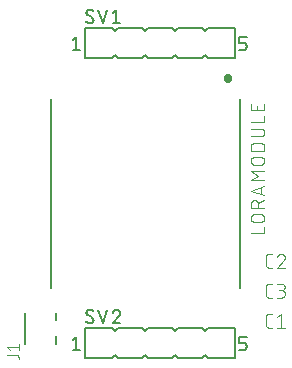
<source format=gbr>
G04 EAGLE Gerber RS-274X export*
G75*
%MOMM*%
%FSLAX34Y34*%
%LPD*%
%INSilkscreen Top*%
%IPPOS*%
%AMOC8*
5,1,8,0,0,1.08239X$1,22.5*%
G01*
%ADD10C,0.101600*%
%ADD11C,0.127000*%
%ADD12C,0.076200*%
%ADD13C,0.200000*%
%ADD14R,0.392200X0.511500*%
%ADD15C,0.152400*%


D10*
X234301Y432308D02*
X231704Y432308D01*
X231605Y432310D01*
X231505Y432316D01*
X231406Y432325D01*
X231308Y432338D01*
X231210Y432355D01*
X231112Y432376D01*
X231016Y432401D01*
X230921Y432429D01*
X230827Y432461D01*
X230734Y432496D01*
X230642Y432535D01*
X230552Y432578D01*
X230464Y432623D01*
X230377Y432673D01*
X230293Y432725D01*
X230210Y432781D01*
X230130Y432839D01*
X230052Y432901D01*
X229977Y432966D01*
X229904Y433034D01*
X229834Y433104D01*
X229766Y433177D01*
X229701Y433252D01*
X229639Y433330D01*
X229581Y433410D01*
X229525Y433493D01*
X229473Y433577D01*
X229423Y433664D01*
X229378Y433752D01*
X229335Y433842D01*
X229296Y433934D01*
X229261Y434027D01*
X229229Y434121D01*
X229201Y434216D01*
X229176Y434312D01*
X229155Y434410D01*
X229138Y434508D01*
X229125Y434606D01*
X229116Y434705D01*
X229110Y434805D01*
X229108Y434904D01*
X229108Y441396D01*
X229110Y441495D01*
X229116Y441595D01*
X229125Y441694D01*
X229138Y441792D01*
X229155Y441890D01*
X229176Y441988D01*
X229201Y442084D01*
X229229Y442179D01*
X229261Y442273D01*
X229296Y442366D01*
X229335Y442458D01*
X229378Y442548D01*
X229423Y442636D01*
X229473Y442723D01*
X229525Y442807D01*
X229581Y442890D01*
X229639Y442970D01*
X229701Y443048D01*
X229766Y443123D01*
X229834Y443196D01*
X229904Y443266D01*
X229977Y443334D01*
X230052Y443399D01*
X230130Y443461D01*
X230210Y443519D01*
X230293Y443575D01*
X230377Y443627D01*
X230464Y443677D01*
X230552Y443722D01*
X230642Y443765D01*
X230734Y443804D01*
X230826Y443839D01*
X230921Y443871D01*
X231016Y443899D01*
X231112Y443924D01*
X231210Y443945D01*
X231308Y443962D01*
X231406Y443975D01*
X231505Y443984D01*
X231605Y443990D01*
X231704Y443992D01*
X234301Y443992D01*
X238666Y441396D02*
X241912Y443992D01*
X241912Y432308D01*
X245157Y432308D02*
X238666Y432308D01*
X234301Y483108D02*
X231704Y483108D01*
X231605Y483110D01*
X231505Y483116D01*
X231406Y483125D01*
X231308Y483138D01*
X231210Y483155D01*
X231112Y483176D01*
X231016Y483201D01*
X230921Y483229D01*
X230827Y483261D01*
X230734Y483296D01*
X230642Y483335D01*
X230552Y483378D01*
X230464Y483423D01*
X230377Y483473D01*
X230293Y483525D01*
X230210Y483581D01*
X230130Y483639D01*
X230052Y483701D01*
X229977Y483766D01*
X229904Y483834D01*
X229834Y483904D01*
X229766Y483977D01*
X229701Y484052D01*
X229639Y484130D01*
X229581Y484210D01*
X229525Y484293D01*
X229473Y484377D01*
X229423Y484464D01*
X229378Y484552D01*
X229335Y484642D01*
X229296Y484734D01*
X229261Y484827D01*
X229229Y484921D01*
X229201Y485016D01*
X229176Y485112D01*
X229155Y485210D01*
X229138Y485308D01*
X229125Y485406D01*
X229116Y485505D01*
X229110Y485605D01*
X229108Y485704D01*
X229108Y492196D01*
X229110Y492295D01*
X229116Y492395D01*
X229125Y492494D01*
X229138Y492592D01*
X229155Y492690D01*
X229176Y492788D01*
X229201Y492884D01*
X229229Y492979D01*
X229261Y493073D01*
X229296Y493166D01*
X229335Y493258D01*
X229378Y493348D01*
X229423Y493436D01*
X229473Y493523D01*
X229525Y493607D01*
X229581Y493690D01*
X229639Y493770D01*
X229701Y493848D01*
X229766Y493923D01*
X229834Y493996D01*
X229904Y494066D01*
X229977Y494134D01*
X230052Y494199D01*
X230130Y494261D01*
X230210Y494319D01*
X230293Y494375D01*
X230377Y494427D01*
X230464Y494477D01*
X230552Y494522D01*
X230642Y494565D01*
X230734Y494604D01*
X230826Y494639D01*
X230921Y494671D01*
X231016Y494699D01*
X231112Y494724D01*
X231210Y494745D01*
X231308Y494762D01*
X231406Y494775D01*
X231505Y494784D01*
X231605Y494790D01*
X231704Y494792D01*
X234301Y494792D01*
X242236Y494792D02*
X242343Y494790D01*
X242449Y494784D01*
X242555Y494774D01*
X242661Y494761D01*
X242767Y494743D01*
X242871Y494722D01*
X242975Y494697D01*
X243078Y494668D01*
X243179Y494636D01*
X243279Y494599D01*
X243378Y494559D01*
X243476Y494516D01*
X243572Y494469D01*
X243666Y494418D01*
X243758Y494364D01*
X243848Y494307D01*
X243936Y494247D01*
X244021Y494183D01*
X244104Y494116D01*
X244185Y494046D01*
X244263Y493974D01*
X244339Y493898D01*
X244411Y493820D01*
X244481Y493739D01*
X244548Y493656D01*
X244612Y493571D01*
X244672Y493483D01*
X244729Y493393D01*
X244783Y493301D01*
X244834Y493207D01*
X244881Y493111D01*
X244924Y493013D01*
X244964Y492914D01*
X245001Y492814D01*
X245033Y492713D01*
X245062Y492610D01*
X245087Y492506D01*
X245108Y492402D01*
X245126Y492296D01*
X245139Y492190D01*
X245149Y492084D01*
X245155Y491978D01*
X245157Y491871D01*
X242236Y494792D02*
X242115Y494790D01*
X241994Y494784D01*
X241874Y494774D01*
X241753Y494761D01*
X241634Y494743D01*
X241514Y494722D01*
X241396Y494697D01*
X241279Y494668D01*
X241162Y494635D01*
X241047Y494599D01*
X240933Y494558D01*
X240820Y494515D01*
X240708Y494467D01*
X240599Y494416D01*
X240491Y494361D01*
X240384Y494303D01*
X240280Y494242D01*
X240178Y494177D01*
X240078Y494109D01*
X239980Y494038D01*
X239884Y493964D01*
X239791Y493887D01*
X239701Y493806D01*
X239613Y493723D01*
X239528Y493637D01*
X239445Y493548D01*
X239366Y493457D01*
X239289Y493363D01*
X239216Y493267D01*
X239146Y493169D01*
X239079Y493068D01*
X239015Y492965D01*
X238955Y492860D01*
X238898Y492753D01*
X238844Y492645D01*
X238794Y492535D01*
X238748Y492423D01*
X238705Y492310D01*
X238666Y492195D01*
X244184Y489599D02*
X244263Y489676D01*
X244339Y489757D01*
X244412Y489840D01*
X244482Y489925D01*
X244549Y490013D01*
X244613Y490103D01*
X244673Y490195D01*
X244730Y490290D01*
X244784Y490386D01*
X244835Y490484D01*
X244882Y490584D01*
X244926Y490686D01*
X244966Y490789D01*
X245002Y490893D01*
X245034Y490999D01*
X245063Y491105D01*
X245088Y491213D01*
X245110Y491321D01*
X245127Y491431D01*
X245141Y491540D01*
X245150Y491650D01*
X245156Y491761D01*
X245158Y491871D01*
X244184Y489599D02*
X238666Y483108D01*
X245157Y483108D01*
X234301Y457708D02*
X231704Y457708D01*
X231605Y457710D01*
X231505Y457716D01*
X231406Y457725D01*
X231308Y457738D01*
X231210Y457755D01*
X231112Y457776D01*
X231016Y457801D01*
X230921Y457829D01*
X230827Y457861D01*
X230734Y457896D01*
X230642Y457935D01*
X230552Y457978D01*
X230464Y458023D01*
X230377Y458073D01*
X230293Y458125D01*
X230210Y458181D01*
X230130Y458239D01*
X230052Y458301D01*
X229977Y458366D01*
X229904Y458434D01*
X229834Y458504D01*
X229766Y458577D01*
X229701Y458652D01*
X229639Y458730D01*
X229581Y458810D01*
X229525Y458893D01*
X229473Y458977D01*
X229423Y459064D01*
X229378Y459152D01*
X229335Y459242D01*
X229296Y459334D01*
X229261Y459427D01*
X229229Y459521D01*
X229201Y459616D01*
X229176Y459712D01*
X229155Y459810D01*
X229138Y459908D01*
X229125Y460006D01*
X229116Y460105D01*
X229110Y460205D01*
X229108Y460304D01*
X229108Y466796D01*
X229110Y466895D01*
X229116Y466995D01*
X229125Y467094D01*
X229138Y467192D01*
X229155Y467290D01*
X229176Y467388D01*
X229201Y467484D01*
X229229Y467579D01*
X229261Y467673D01*
X229296Y467766D01*
X229335Y467858D01*
X229378Y467948D01*
X229423Y468036D01*
X229473Y468123D01*
X229525Y468207D01*
X229581Y468290D01*
X229639Y468370D01*
X229701Y468448D01*
X229766Y468523D01*
X229834Y468596D01*
X229904Y468666D01*
X229977Y468734D01*
X230052Y468799D01*
X230130Y468861D01*
X230210Y468919D01*
X230293Y468975D01*
X230377Y469027D01*
X230464Y469077D01*
X230552Y469122D01*
X230642Y469165D01*
X230734Y469204D01*
X230826Y469239D01*
X230921Y469271D01*
X231016Y469299D01*
X231112Y469324D01*
X231210Y469345D01*
X231308Y469362D01*
X231406Y469375D01*
X231505Y469384D01*
X231605Y469390D01*
X231704Y469392D01*
X234301Y469392D01*
X238666Y457708D02*
X241912Y457708D01*
X242025Y457710D01*
X242138Y457716D01*
X242251Y457726D01*
X242364Y457740D01*
X242476Y457757D01*
X242587Y457779D01*
X242697Y457804D01*
X242807Y457834D01*
X242915Y457867D01*
X243022Y457904D01*
X243128Y457944D01*
X243232Y457989D01*
X243335Y458037D01*
X243436Y458088D01*
X243535Y458143D01*
X243632Y458201D01*
X243727Y458263D01*
X243820Y458328D01*
X243910Y458396D01*
X243998Y458467D01*
X244084Y458542D01*
X244167Y458619D01*
X244247Y458699D01*
X244324Y458782D01*
X244399Y458868D01*
X244470Y458956D01*
X244538Y459046D01*
X244603Y459139D01*
X244665Y459234D01*
X244723Y459331D01*
X244778Y459430D01*
X244829Y459531D01*
X244877Y459634D01*
X244922Y459738D01*
X244962Y459844D01*
X244999Y459951D01*
X245032Y460059D01*
X245062Y460169D01*
X245087Y460279D01*
X245109Y460390D01*
X245126Y460502D01*
X245140Y460615D01*
X245150Y460728D01*
X245156Y460841D01*
X245158Y460954D01*
X245156Y461067D01*
X245150Y461180D01*
X245140Y461293D01*
X245126Y461406D01*
X245109Y461518D01*
X245087Y461629D01*
X245062Y461739D01*
X245032Y461849D01*
X244999Y461957D01*
X244962Y462064D01*
X244922Y462170D01*
X244877Y462274D01*
X244829Y462377D01*
X244778Y462478D01*
X244723Y462577D01*
X244665Y462674D01*
X244603Y462769D01*
X244538Y462862D01*
X244470Y462952D01*
X244399Y463040D01*
X244324Y463126D01*
X244247Y463209D01*
X244167Y463289D01*
X244084Y463366D01*
X243998Y463441D01*
X243910Y463512D01*
X243820Y463580D01*
X243727Y463645D01*
X243632Y463707D01*
X243535Y463765D01*
X243436Y463820D01*
X243335Y463871D01*
X243232Y463919D01*
X243128Y463964D01*
X243022Y464004D01*
X242915Y464041D01*
X242807Y464074D01*
X242697Y464104D01*
X242587Y464129D01*
X242476Y464151D01*
X242364Y464168D01*
X242251Y464182D01*
X242138Y464192D01*
X242025Y464198D01*
X241912Y464200D01*
X242561Y469392D02*
X238666Y469392D01*
X242561Y469392D02*
X242662Y469390D01*
X242762Y469384D01*
X242862Y469374D01*
X242962Y469361D01*
X243061Y469343D01*
X243160Y469322D01*
X243257Y469297D01*
X243354Y469268D01*
X243449Y469235D01*
X243543Y469199D01*
X243635Y469159D01*
X243726Y469116D01*
X243815Y469069D01*
X243902Y469019D01*
X243988Y468965D01*
X244071Y468908D01*
X244151Y468848D01*
X244230Y468785D01*
X244306Y468718D01*
X244379Y468649D01*
X244449Y468577D01*
X244517Y468503D01*
X244582Y468426D01*
X244643Y468346D01*
X244702Y468264D01*
X244757Y468180D01*
X244809Y468094D01*
X244858Y468006D01*
X244903Y467916D01*
X244945Y467824D01*
X244983Y467731D01*
X245017Y467636D01*
X245048Y467541D01*
X245075Y467444D01*
X245098Y467346D01*
X245118Y467247D01*
X245133Y467147D01*
X245145Y467047D01*
X245153Y466947D01*
X245157Y466846D01*
X245157Y466746D01*
X245153Y466645D01*
X245145Y466545D01*
X245133Y466445D01*
X245118Y466345D01*
X245098Y466246D01*
X245075Y466148D01*
X245048Y466051D01*
X245017Y465956D01*
X244983Y465861D01*
X244945Y465768D01*
X244903Y465676D01*
X244858Y465586D01*
X244809Y465498D01*
X244757Y465412D01*
X244702Y465328D01*
X244643Y465246D01*
X244582Y465166D01*
X244517Y465089D01*
X244449Y465015D01*
X244379Y464943D01*
X244306Y464874D01*
X244230Y464807D01*
X244151Y464744D01*
X244071Y464684D01*
X243988Y464627D01*
X243902Y464573D01*
X243815Y464523D01*
X243726Y464476D01*
X243635Y464433D01*
X243543Y464393D01*
X243449Y464357D01*
X243354Y464324D01*
X243257Y464295D01*
X243160Y464270D01*
X243061Y464249D01*
X242962Y464231D01*
X242862Y464218D01*
X242762Y464208D01*
X242662Y464202D01*
X242561Y464200D01*
X242561Y464199D02*
X239964Y464199D01*
D11*
X25100Y444800D02*
X25100Y418800D01*
X51100Y418800D02*
X51100Y425100D01*
X51100Y438500D02*
X51100Y444800D01*
D12*
X17598Y409277D02*
X10276Y409277D01*
X17598Y409277D02*
X17687Y409275D01*
X17775Y409269D01*
X17864Y409260D01*
X17952Y409247D01*
X18039Y409230D01*
X18125Y409209D01*
X18211Y409185D01*
X18295Y409157D01*
X18378Y409126D01*
X18460Y409091D01*
X18540Y409053D01*
X18618Y409011D01*
X18695Y408966D01*
X18769Y408918D01*
X18842Y408867D01*
X18912Y408813D01*
X18980Y408755D01*
X19046Y408695D01*
X19108Y408633D01*
X19168Y408567D01*
X19226Y408499D01*
X19280Y408429D01*
X19331Y408356D01*
X19379Y408282D01*
X19424Y408205D01*
X19466Y408127D01*
X19504Y408047D01*
X19539Y407965D01*
X19570Y407882D01*
X19598Y407798D01*
X19622Y407712D01*
X19643Y407626D01*
X19660Y407539D01*
X19673Y407451D01*
X19682Y407362D01*
X19688Y407274D01*
X19690Y407185D01*
X19690Y406139D01*
X12368Y413475D02*
X10276Y416090D01*
X19690Y416090D01*
X19690Y413475D02*
X19690Y418705D01*
D13*
X207000Y466100D02*
X207000Y626100D01*
X47000Y626100D02*
X47000Y466100D01*
X194085Y643600D02*
X194087Y643708D01*
X194093Y643815D01*
X194103Y643923D01*
X194117Y644029D01*
X194135Y644136D01*
X194156Y644241D01*
X194182Y644346D01*
X194211Y644449D01*
X194245Y644552D01*
X194282Y644653D01*
X194323Y644753D01*
X194367Y644851D01*
X194415Y644947D01*
X194467Y645042D01*
X194522Y645135D01*
X194580Y645225D01*
X194642Y645313D01*
X194707Y645399D01*
X194775Y645483D01*
X194846Y645564D01*
X194920Y645642D01*
X194997Y645718D01*
X195076Y645790D01*
X195159Y645860D01*
X195243Y645926D01*
X195330Y645990D01*
X195420Y646050D01*
X195512Y646106D01*
X195605Y646160D01*
X195701Y646209D01*
X195798Y646256D01*
X195897Y646298D01*
X195997Y646337D01*
X196099Y646372D01*
X196202Y646404D01*
X196306Y646431D01*
X196412Y646455D01*
X196517Y646475D01*
X196624Y646491D01*
X196731Y646503D01*
X196838Y646511D01*
X196946Y646515D01*
X197054Y646515D01*
X197162Y646511D01*
X197269Y646503D01*
X197376Y646491D01*
X197483Y646475D01*
X197588Y646455D01*
X197694Y646431D01*
X197798Y646404D01*
X197901Y646372D01*
X198003Y646337D01*
X198103Y646298D01*
X198202Y646256D01*
X198299Y646209D01*
X198395Y646160D01*
X198488Y646106D01*
X198580Y646050D01*
X198670Y645990D01*
X198757Y645926D01*
X198841Y645860D01*
X198924Y645790D01*
X199003Y645718D01*
X199080Y645642D01*
X199154Y645564D01*
X199225Y645483D01*
X199293Y645399D01*
X199358Y645313D01*
X199420Y645225D01*
X199478Y645135D01*
X199533Y645042D01*
X199585Y644947D01*
X199633Y644851D01*
X199677Y644753D01*
X199718Y644653D01*
X199755Y644552D01*
X199789Y644449D01*
X199818Y644346D01*
X199844Y644241D01*
X199865Y644136D01*
X199883Y644029D01*
X199897Y643923D01*
X199907Y643815D01*
X199913Y643708D01*
X199915Y643600D01*
X199913Y643492D01*
X199907Y643385D01*
X199897Y643277D01*
X199883Y643171D01*
X199865Y643064D01*
X199844Y642959D01*
X199818Y642854D01*
X199789Y642751D01*
X199755Y642648D01*
X199718Y642547D01*
X199677Y642447D01*
X199633Y642349D01*
X199585Y642253D01*
X199533Y642158D01*
X199478Y642065D01*
X199420Y641975D01*
X199358Y641887D01*
X199293Y641801D01*
X199225Y641717D01*
X199154Y641636D01*
X199080Y641558D01*
X199003Y641482D01*
X198924Y641410D01*
X198841Y641340D01*
X198757Y641274D01*
X198670Y641210D01*
X198580Y641150D01*
X198488Y641094D01*
X198395Y641040D01*
X198299Y640991D01*
X198202Y640944D01*
X198103Y640902D01*
X198003Y640863D01*
X197901Y640828D01*
X197798Y640796D01*
X197694Y640769D01*
X197588Y640745D01*
X197483Y640725D01*
X197376Y640709D01*
X197269Y640697D01*
X197162Y640689D01*
X197054Y640685D01*
X196946Y640685D01*
X196838Y640689D01*
X196731Y640697D01*
X196624Y640709D01*
X196517Y640725D01*
X196412Y640745D01*
X196306Y640769D01*
X196202Y640796D01*
X196099Y640828D01*
X195997Y640863D01*
X195897Y640902D01*
X195798Y640944D01*
X195701Y640991D01*
X195605Y641040D01*
X195512Y641094D01*
X195420Y641150D01*
X195330Y641210D01*
X195243Y641274D01*
X195159Y641340D01*
X195076Y641410D01*
X194997Y641482D01*
X194920Y641558D01*
X194846Y641636D01*
X194775Y641717D01*
X194707Y641801D01*
X194642Y641887D01*
X194580Y641975D01*
X194522Y642065D01*
X194467Y642158D01*
X194415Y642253D01*
X194367Y642349D01*
X194323Y642447D01*
X194282Y642547D01*
X194245Y642648D01*
X194211Y642751D01*
X194182Y642854D01*
X194156Y642959D01*
X194135Y643064D01*
X194117Y643171D01*
X194103Y643277D01*
X194093Y643385D01*
X194087Y643492D01*
X194085Y643600D01*
D14*
X197039Y643658D03*
D10*
X216178Y512322D02*
X227886Y512322D01*
X227886Y517526D01*
X224634Y521843D02*
X219430Y521843D01*
X219318Y521845D01*
X219206Y521851D01*
X219094Y521860D01*
X218982Y521874D01*
X218871Y521891D01*
X218761Y521913D01*
X218652Y521937D01*
X218543Y521966D01*
X218436Y521999D01*
X218329Y522035D01*
X218225Y522075D01*
X218121Y522118D01*
X218019Y522165D01*
X217919Y522215D01*
X217820Y522269D01*
X217724Y522327D01*
X217629Y522387D01*
X217537Y522451D01*
X217447Y522518D01*
X217359Y522588D01*
X217274Y522661D01*
X217191Y522737D01*
X217111Y522815D01*
X217033Y522897D01*
X216959Y522981D01*
X216887Y523067D01*
X216819Y523156D01*
X216754Y523248D01*
X216691Y523341D01*
X216633Y523437D01*
X216577Y523534D01*
X216525Y523634D01*
X216476Y523735D01*
X216431Y523838D01*
X216389Y523942D01*
X216351Y524047D01*
X216317Y524154D01*
X216286Y524262D01*
X216260Y524371D01*
X216236Y524481D01*
X216217Y524592D01*
X216202Y524703D01*
X216190Y524815D01*
X216182Y524927D01*
X216178Y525039D01*
X216178Y525151D01*
X216182Y525263D01*
X216190Y525375D01*
X216202Y525487D01*
X216217Y525598D01*
X216236Y525709D01*
X216260Y525819D01*
X216286Y525928D01*
X216317Y526036D01*
X216351Y526143D01*
X216389Y526248D01*
X216431Y526352D01*
X216476Y526455D01*
X216525Y526556D01*
X216577Y526656D01*
X216633Y526753D01*
X216691Y526849D01*
X216754Y526942D01*
X216819Y527034D01*
X216887Y527123D01*
X216959Y527209D01*
X217033Y527293D01*
X217111Y527375D01*
X217191Y527453D01*
X217274Y527529D01*
X217359Y527602D01*
X217447Y527672D01*
X217537Y527739D01*
X217629Y527803D01*
X217724Y527863D01*
X217820Y527921D01*
X217919Y527975D01*
X218019Y528025D01*
X218121Y528072D01*
X218225Y528115D01*
X218329Y528155D01*
X218436Y528191D01*
X218543Y528224D01*
X218652Y528253D01*
X218761Y528277D01*
X218871Y528299D01*
X218982Y528316D01*
X219094Y528330D01*
X219206Y528339D01*
X219318Y528345D01*
X219430Y528347D01*
X224634Y528347D01*
X224746Y528345D01*
X224858Y528339D01*
X224970Y528330D01*
X225082Y528316D01*
X225193Y528299D01*
X225303Y528277D01*
X225412Y528253D01*
X225521Y528224D01*
X225628Y528191D01*
X225735Y528155D01*
X225839Y528115D01*
X225943Y528072D01*
X226045Y528025D01*
X226145Y527975D01*
X226244Y527921D01*
X226340Y527863D01*
X226435Y527803D01*
X226527Y527739D01*
X226617Y527672D01*
X226705Y527602D01*
X226790Y527529D01*
X226873Y527453D01*
X226953Y527375D01*
X227031Y527293D01*
X227105Y527209D01*
X227177Y527123D01*
X227245Y527034D01*
X227310Y526942D01*
X227373Y526849D01*
X227431Y526753D01*
X227487Y526656D01*
X227539Y526556D01*
X227588Y526455D01*
X227633Y526352D01*
X227675Y526248D01*
X227713Y526143D01*
X227747Y526036D01*
X227778Y525928D01*
X227804Y525819D01*
X227828Y525709D01*
X227847Y525598D01*
X227862Y525487D01*
X227874Y525375D01*
X227882Y525263D01*
X227886Y525151D01*
X227886Y525039D01*
X227882Y524927D01*
X227874Y524815D01*
X227862Y524703D01*
X227847Y524592D01*
X227828Y524481D01*
X227804Y524371D01*
X227778Y524262D01*
X227747Y524154D01*
X227713Y524047D01*
X227675Y523942D01*
X227633Y523838D01*
X227588Y523735D01*
X227539Y523634D01*
X227487Y523534D01*
X227431Y523437D01*
X227373Y523341D01*
X227310Y523248D01*
X227245Y523156D01*
X227177Y523067D01*
X227105Y522981D01*
X227031Y522897D01*
X226953Y522815D01*
X226873Y522737D01*
X226790Y522661D01*
X226705Y522588D01*
X226617Y522518D01*
X226527Y522451D01*
X226435Y522387D01*
X226340Y522327D01*
X226244Y522269D01*
X226145Y522215D01*
X226045Y522165D01*
X225943Y522118D01*
X225839Y522075D01*
X225735Y522035D01*
X225628Y521999D01*
X225521Y521966D01*
X225412Y521937D01*
X225303Y521913D01*
X225193Y521891D01*
X225082Y521874D01*
X224970Y521860D01*
X224858Y521851D01*
X224746Y521845D01*
X224634Y521843D01*
X227886Y533750D02*
X216178Y533750D01*
X216178Y537002D01*
X216180Y537114D01*
X216186Y537226D01*
X216195Y537338D01*
X216209Y537450D01*
X216226Y537561D01*
X216248Y537671D01*
X216272Y537780D01*
X216301Y537889D01*
X216334Y537996D01*
X216370Y538103D01*
X216410Y538207D01*
X216453Y538311D01*
X216500Y538413D01*
X216550Y538513D01*
X216604Y538612D01*
X216662Y538708D01*
X216722Y538803D01*
X216786Y538895D01*
X216853Y538985D01*
X216923Y539073D01*
X216996Y539158D01*
X217072Y539241D01*
X217150Y539321D01*
X217232Y539399D01*
X217316Y539473D01*
X217402Y539545D01*
X217491Y539613D01*
X217583Y539678D01*
X217676Y539741D01*
X217772Y539799D01*
X217869Y539855D01*
X217969Y539907D01*
X218070Y539956D01*
X218173Y540001D01*
X218277Y540043D01*
X218382Y540081D01*
X218489Y540115D01*
X218597Y540146D01*
X218706Y540172D01*
X218816Y540196D01*
X218927Y540215D01*
X219038Y540230D01*
X219150Y540242D01*
X219262Y540250D01*
X219374Y540254D01*
X219486Y540254D01*
X219598Y540250D01*
X219710Y540242D01*
X219822Y540230D01*
X219933Y540215D01*
X220044Y540196D01*
X220154Y540172D01*
X220263Y540146D01*
X220371Y540115D01*
X220478Y540081D01*
X220583Y540043D01*
X220687Y540001D01*
X220790Y539956D01*
X220891Y539907D01*
X220991Y539855D01*
X221088Y539799D01*
X221184Y539741D01*
X221277Y539678D01*
X221369Y539613D01*
X221458Y539545D01*
X221544Y539473D01*
X221628Y539399D01*
X221710Y539321D01*
X221788Y539241D01*
X221864Y539158D01*
X221937Y539073D01*
X222007Y538985D01*
X222074Y538895D01*
X222138Y538803D01*
X222198Y538708D01*
X222256Y538612D01*
X222310Y538513D01*
X222360Y538413D01*
X222407Y538311D01*
X222450Y538207D01*
X222490Y538103D01*
X222526Y537996D01*
X222559Y537889D01*
X222588Y537780D01*
X222612Y537671D01*
X222634Y537561D01*
X222651Y537450D01*
X222665Y537338D01*
X222674Y537226D01*
X222680Y537114D01*
X222682Y537002D01*
X222682Y533750D01*
X222682Y537653D02*
X227886Y540255D01*
X227886Y544478D02*
X216178Y548380D01*
X227886Y552283D01*
X224959Y551308D02*
X224959Y545453D01*
X227886Y557075D02*
X216178Y557075D01*
X222682Y560978D01*
X216178Y564880D01*
X227886Y564880D01*
X224634Y570322D02*
X219430Y570322D01*
X219430Y570323D02*
X219318Y570325D01*
X219206Y570331D01*
X219094Y570340D01*
X218982Y570354D01*
X218871Y570371D01*
X218761Y570393D01*
X218652Y570417D01*
X218543Y570446D01*
X218436Y570479D01*
X218329Y570515D01*
X218225Y570555D01*
X218121Y570598D01*
X218019Y570645D01*
X217919Y570695D01*
X217820Y570749D01*
X217724Y570807D01*
X217629Y570867D01*
X217537Y570931D01*
X217447Y570998D01*
X217359Y571068D01*
X217274Y571141D01*
X217191Y571217D01*
X217111Y571295D01*
X217033Y571377D01*
X216959Y571461D01*
X216887Y571547D01*
X216819Y571636D01*
X216754Y571728D01*
X216691Y571821D01*
X216633Y571917D01*
X216577Y572014D01*
X216525Y572114D01*
X216476Y572215D01*
X216431Y572318D01*
X216389Y572422D01*
X216351Y572527D01*
X216317Y572634D01*
X216286Y572742D01*
X216260Y572851D01*
X216236Y572961D01*
X216217Y573072D01*
X216202Y573183D01*
X216190Y573295D01*
X216182Y573407D01*
X216178Y573519D01*
X216178Y573631D01*
X216182Y573743D01*
X216190Y573855D01*
X216202Y573967D01*
X216217Y574078D01*
X216236Y574189D01*
X216260Y574299D01*
X216286Y574408D01*
X216317Y574516D01*
X216351Y574623D01*
X216389Y574728D01*
X216431Y574832D01*
X216476Y574935D01*
X216525Y575036D01*
X216577Y575136D01*
X216633Y575233D01*
X216691Y575329D01*
X216754Y575422D01*
X216819Y575514D01*
X216887Y575603D01*
X216959Y575689D01*
X217033Y575773D01*
X217111Y575855D01*
X217191Y575933D01*
X217274Y576009D01*
X217359Y576082D01*
X217447Y576152D01*
X217537Y576219D01*
X217629Y576283D01*
X217724Y576343D01*
X217820Y576401D01*
X217919Y576455D01*
X218019Y576505D01*
X218121Y576552D01*
X218225Y576595D01*
X218329Y576635D01*
X218436Y576671D01*
X218543Y576704D01*
X218652Y576733D01*
X218761Y576757D01*
X218871Y576779D01*
X218982Y576796D01*
X219094Y576810D01*
X219206Y576819D01*
X219318Y576825D01*
X219430Y576827D01*
X224634Y576827D01*
X224746Y576825D01*
X224858Y576819D01*
X224970Y576810D01*
X225082Y576796D01*
X225193Y576779D01*
X225303Y576757D01*
X225412Y576733D01*
X225521Y576704D01*
X225628Y576671D01*
X225735Y576635D01*
X225839Y576595D01*
X225943Y576552D01*
X226045Y576505D01*
X226145Y576455D01*
X226244Y576401D01*
X226340Y576343D01*
X226435Y576283D01*
X226527Y576219D01*
X226617Y576152D01*
X226705Y576082D01*
X226790Y576009D01*
X226873Y575933D01*
X226953Y575855D01*
X227031Y575773D01*
X227105Y575689D01*
X227177Y575603D01*
X227245Y575514D01*
X227310Y575422D01*
X227373Y575329D01*
X227431Y575233D01*
X227487Y575136D01*
X227539Y575036D01*
X227588Y574935D01*
X227633Y574832D01*
X227675Y574728D01*
X227713Y574623D01*
X227747Y574516D01*
X227778Y574408D01*
X227804Y574299D01*
X227828Y574189D01*
X227847Y574078D01*
X227862Y573967D01*
X227874Y573855D01*
X227882Y573743D01*
X227886Y573631D01*
X227886Y573519D01*
X227882Y573407D01*
X227874Y573295D01*
X227862Y573183D01*
X227847Y573072D01*
X227828Y572961D01*
X227804Y572851D01*
X227778Y572742D01*
X227747Y572634D01*
X227713Y572527D01*
X227675Y572422D01*
X227633Y572318D01*
X227588Y572215D01*
X227539Y572114D01*
X227487Y572014D01*
X227431Y571917D01*
X227373Y571821D01*
X227310Y571728D01*
X227245Y571636D01*
X227177Y571547D01*
X227105Y571461D01*
X227031Y571377D01*
X226953Y571295D01*
X226873Y571217D01*
X226790Y571141D01*
X226705Y571068D01*
X226617Y570998D01*
X226527Y570931D01*
X226435Y570867D01*
X226340Y570807D01*
X226244Y570749D01*
X226145Y570695D01*
X226045Y570645D01*
X225943Y570598D01*
X225839Y570555D01*
X225735Y570515D01*
X225628Y570479D01*
X225521Y570446D01*
X225412Y570417D01*
X225303Y570393D01*
X225193Y570371D01*
X225082Y570354D01*
X224970Y570340D01*
X224858Y570331D01*
X224746Y570325D01*
X224634Y570323D01*
X227886Y582156D02*
X216178Y582156D01*
X216178Y585408D01*
X216180Y585519D01*
X216186Y585630D01*
X216195Y585741D01*
X216208Y585851D01*
X216225Y585961D01*
X216246Y586070D01*
X216270Y586178D01*
X216299Y586285D01*
X216330Y586392D01*
X216366Y586497D01*
X216405Y586601D01*
X216447Y586704D01*
X216493Y586805D01*
X216543Y586904D01*
X216595Y587002D01*
X216651Y587098D01*
X216711Y587192D01*
X216773Y587283D01*
X216839Y587373D01*
X216907Y587460D01*
X216979Y587545D01*
X217053Y587628D01*
X217130Y587708D01*
X217210Y587785D01*
X217293Y587859D01*
X217378Y587931D01*
X217465Y587999D01*
X217555Y588065D01*
X217646Y588127D01*
X217740Y588187D01*
X217836Y588243D01*
X217934Y588295D01*
X218033Y588345D01*
X218134Y588391D01*
X218237Y588433D01*
X218341Y588472D01*
X218446Y588508D01*
X218553Y588539D01*
X218660Y588568D01*
X218768Y588592D01*
X218877Y588613D01*
X218987Y588630D01*
X219097Y588643D01*
X219208Y588652D01*
X219319Y588658D01*
X219430Y588660D01*
X224634Y588660D01*
X224745Y588658D01*
X224856Y588652D01*
X224967Y588643D01*
X225077Y588630D01*
X225187Y588613D01*
X225296Y588592D01*
X225404Y588568D01*
X225511Y588539D01*
X225618Y588508D01*
X225723Y588472D01*
X225827Y588433D01*
X225930Y588391D01*
X226031Y588345D01*
X226130Y588295D01*
X226228Y588243D01*
X226324Y588187D01*
X226418Y588127D01*
X226509Y588065D01*
X226599Y587999D01*
X226686Y587931D01*
X226771Y587859D01*
X226854Y587785D01*
X226934Y587708D01*
X227011Y587628D01*
X227085Y587545D01*
X227157Y587460D01*
X227225Y587373D01*
X227291Y587283D01*
X227353Y587192D01*
X227413Y587098D01*
X227469Y587002D01*
X227521Y586904D01*
X227571Y586805D01*
X227617Y586704D01*
X227659Y586601D01*
X227698Y586497D01*
X227734Y586392D01*
X227765Y586285D01*
X227794Y586178D01*
X227818Y586070D01*
X227839Y585961D01*
X227856Y585851D01*
X227869Y585741D01*
X227878Y585630D01*
X227884Y585519D01*
X227886Y585408D01*
X227886Y582156D01*
X224634Y594371D02*
X216178Y594371D01*
X224634Y594371D02*
X224746Y594373D01*
X224858Y594379D01*
X224970Y594388D01*
X225082Y594402D01*
X225193Y594419D01*
X225303Y594441D01*
X225412Y594465D01*
X225521Y594494D01*
X225628Y594527D01*
X225735Y594563D01*
X225839Y594603D01*
X225943Y594646D01*
X226045Y594693D01*
X226145Y594743D01*
X226244Y594797D01*
X226340Y594855D01*
X226435Y594915D01*
X226527Y594979D01*
X226617Y595046D01*
X226705Y595116D01*
X226790Y595189D01*
X226873Y595265D01*
X226953Y595343D01*
X227031Y595425D01*
X227105Y595509D01*
X227177Y595595D01*
X227245Y595684D01*
X227310Y595776D01*
X227373Y595869D01*
X227431Y595965D01*
X227487Y596062D01*
X227539Y596162D01*
X227588Y596263D01*
X227633Y596366D01*
X227675Y596470D01*
X227713Y596575D01*
X227747Y596682D01*
X227778Y596790D01*
X227804Y596899D01*
X227828Y597009D01*
X227847Y597120D01*
X227862Y597231D01*
X227874Y597343D01*
X227882Y597455D01*
X227886Y597567D01*
X227886Y597679D01*
X227882Y597791D01*
X227874Y597903D01*
X227862Y598015D01*
X227847Y598126D01*
X227828Y598237D01*
X227804Y598347D01*
X227778Y598456D01*
X227747Y598564D01*
X227713Y598671D01*
X227675Y598776D01*
X227633Y598880D01*
X227588Y598983D01*
X227539Y599084D01*
X227487Y599184D01*
X227431Y599281D01*
X227373Y599377D01*
X227310Y599470D01*
X227245Y599562D01*
X227177Y599651D01*
X227105Y599737D01*
X227031Y599821D01*
X226953Y599903D01*
X226873Y599981D01*
X226790Y600057D01*
X226705Y600130D01*
X226617Y600200D01*
X226527Y600267D01*
X226435Y600331D01*
X226340Y600391D01*
X226244Y600449D01*
X226145Y600503D01*
X226045Y600553D01*
X225943Y600600D01*
X225839Y600643D01*
X225735Y600683D01*
X225628Y600719D01*
X225521Y600752D01*
X225412Y600781D01*
X225303Y600805D01*
X225193Y600827D01*
X225082Y600844D01*
X224970Y600858D01*
X224858Y600867D01*
X224746Y600873D01*
X224634Y600875D01*
X224634Y600876D02*
X216178Y600876D01*
X216178Y606609D02*
X227886Y606609D01*
X227886Y611813D01*
X227886Y616534D02*
X227886Y621738D01*
X227886Y616534D02*
X216178Y616534D01*
X216178Y621738D01*
X221381Y620437D02*
X221381Y616534D01*
D15*
X76200Y660400D02*
X76200Y685800D01*
X76200Y660400D02*
X99060Y660400D01*
X101600Y662940D01*
X104140Y660400D01*
X124460Y660400D01*
X127000Y662940D01*
X129540Y660400D01*
X149860Y660400D01*
X152400Y662940D01*
X154940Y660400D01*
X175260Y660400D01*
X177800Y662940D01*
X180340Y660400D01*
X203200Y660400D01*
X203200Y685800D01*
X180340Y685800D01*
X177800Y683260D01*
X175260Y685800D01*
X154940Y685800D01*
X152400Y683260D01*
X149860Y685800D01*
X129540Y685800D01*
X127000Y683260D01*
X124460Y685800D01*
X104140Y685800D01*
X101600Y683260D01*
X99060Y685800D01*
X76200Y685800D01*
D11*
X68580Y678815D02*
X65405Y676275D01*
X68580Y678815D02*
X68580Y667385D01*
X65405Y667385D02*
X71755Y667385D01*
X206375Y667385D02*
X210185Y667385D01*
X210285Y667387D01*
X210384Y667393D01*
X210484Y667403D01*
X210582Y667416D01*
X210681Y667434D01*
X210778Y667455D01*
X210874Y667480D01*
X210970Y667509D01*
X211064Y667542D01*
X211157Y667578D01*
X211248Y667618D01*
X211338Y667662D01*
X211426Y667709D01*
X211512Y667759D01*
X211596Y667813D01*
X211678Y667870D01*
X211757Y667930D01*
X211835Y667994D01*
X211909Y668060D01*
X211981Y668129D01*
X212050Y668201D01*
X212116Y668275D01*
X212180Y668353D01*
X212240Y668432D01*
X212297Y668514D01*
X212351Y668598D01*
X212401Y668684D01*
X212448Y668772D01*
X212492Y668862D01*
X212532Y668953D01*
X212568Y669046D01*
X212601Y669140D01*
X212630Y669236D01*
X212655Y669332D01*
X212676Y669429D01*
X212694Y669528D01*
X212707Y669626D01*
X212717Y669726D01*
X212723Y669825D01*
X212725Y669925D01*
X212725Y671195D01*
X212723Y671295D01*
X212717Y671394D01*
X212707Y671494D01*
X212694Y671592D01*
X212676Y671691D01*
X212655Y671788D01*
X212630Y671884D01*
X212601Y671980D01*
X212568Y672074D01*
X212532Y672167D01*
X212492Y672258D01*
X212448Y672348D01*
X212401Y672436D01*
X212351Y672522D01*
X212297Y672606D01*
X212240Y672688D01*
X212180Y672767D01*
X212116Y672845D01*
X212050Y672919D01*
X211981Y672991D01*
X211909Y673060D01*
X211835Y673126D01*
X211757Y673190D01*
X211678Y673250D01*
X211596Y673307D01*
X211512Y673361D01*
X211426Y673411D01*
X211338Y673458D01*
X211248Y673502D01*
X211157Y673542D01*
X211064Y673578D01*
X210970Y673611D01*
X210874Y673640D01*
X210778Y673665D01*
X210681Y673686D01*
X210582Y673704D01*
X210484Y673717D01*
X210384Y673727D01*
X210285Y673733D01*
X210185Y673735D01*
X206375Y673735D01*
X206375Y678815D01*
X212725Y678815D01*
X83185Y692785D02*
X83183Y692685D01*
X83177Y692586D01*
X83167Y692486D01*
X83154Y692388D01*
X83136Y692289D01*
X83115Y692192D01*
X83090Y692096D01*
X83061Y692000D01*
X83028Y691906D01*
X82992Y691813D01*
X82952Y691722D01*
X82908Y691632D01*
X82861Y691544D01*
X82811Y691458D01*
X82757Y691374D01*
X82700Y691292D01*
X82640Y691213D01*
X82576Y691135D01*
X82510Y691061D01*
X82441Y690989D01*
X82369Y690920D01*
X82295Y690854D01*
X82217Y690790D01*
X82138Y690730D01*
X82056Y690673D01*
X81972Y690619D01*
X81886Y690569D01*
X81798Y690522D01*
X81708Y690478D01*
X81617Y690438D01*
X81524Y690402D01*
X81430Y690369D01*
X81334Y690340D01*
X81238Y690315D01*
X81141Y690294D01*
X81042Y690276D01*
X80944Y690263D01*
X80844Y690253D01*
X80745Y690247D01*
X80645Y690245D01*
X80504Y690247D01*
X80363Y690252D01*
X80222Y690262D01*
X80081Y690275D01*
X79941Y690291D01*
X79801Y690312D01*
X79662Y690336D01*
X79523Y690364D01*
X79386Y690395D01*
X79249Y690430D01*
X79113Y690468D01*
X78978Y690510D01*
X78845Y690556D01*
X78712Y690605D01*
X78581Y690658D01*
X78452Y690714D01*
X78323Y690773D01*
X78197Y690836D01*
X78072Y690902D01*
X77949Y690971D01*
X77828Y691044D01*
X77709Y691120D01*
X77591Y691199D01*
X77476Y691280D01*
X77364Y691365D01*
X77253Y691453D01*
X77145Y691544D01*
X77039Y691637D01*
X76936Y691734D01*
X76835Y691833D01*
X77153Y699135D02*
X77155Y699235D01*
X77161Y699334D01*
X77171Y699434D01*
X77184Y699532D01*
X77202Y699631D01*
X77223Y699728D01*
X77248Y699824D01*
X77277Y699920D01*
X77310Y700014D01*
X77346Y700107D01*
X77386Y700198D01*
X77430Y700288D01*
X77477Y700376D01*
X77527Y700462D01*
X77581Y700546D01*
X77638Y700628D01*
X77698Y700707D01*
X77762Y700785D01*
X77828Y700859D01*
X77897Y700931D01*
X77969Y701000D01*
X78043Y701066D01*
X78121Y701130D01*
X78200Y701190D01*
X78282Y701247D01*
X78366Y701301D01*
X78452Y701351D01*
X78540Y701398D01*
X78630Y701442D01*
X78721Y701482D01*
X78814Y701518D01*
X78908Y701551D01*
X79004Y701580D01*
X79100Y701605D01*
X79197Y701626D01*
X79296Y701644D01*
X79394Y701657D01*
X79494Y701667D01*
X79593Y701673D01*
X79693Y701675D01*
X79693Y701676D02*
X79826Y701674D01*
X79959Y701669D01*
X80092Y701659D01*
X80225Y701646D01*
X80357Y701629D01*
X80489Y701609D01*
X80620Y701585D01*
X80750Y701557D01*
X80880Y701526D01*
X81008Y701491D01*
X81136Y701452D01*
X81262Y701410D01*
X81387Y701364D01*
X81511Y701315D01*
X81634Y701263D01*
X81755Y701207D01*
X81874Y701147D01*
X81992Y701085D01*
X82107Y701019D01*
X82221Y700950D01*
X82333Y700877D01*
X82443Y700802D01*
X82551Y700723D01*
X78422Y696912D02*
X78338Y696964D01*
X78255Y697019D01*
X78175Y697078D01*
X78097Y697139D01*
X78022Y697203D01*
X77949Y697271D01*
X77878Y697341D01*
X77811Y697413D01*
X77746Y697488D01*
X77684Y697566D01*
X77625Y697646D01*
X77569Y697728D01*
X77517Y697812D01*
X77468Y697898D01*
X77422Y697986D01*
X77379Y698076D01*
X77340Y698167D01*
X77305Y698260D01*
X77273Y698354D01*
X77245Y698449D01*
X77220Y698545D01*
X77200Y698642D01*
X77182Y698740D01*
X77169Y698838D01*
X77160Y698937D01*
X77154Y699036D01*
X77152Y699135D01*
X81915Y695008D02*
X81999Y694956D01*
X82082Y694901D01*
X82162Y694842D01*
X82240Y694781D01*
X82315Y694717D01*
X82388Y694649D01*
X82459Y694579D01*
X82526Y694507D01*
X82591Y694432D01*
X82653Y694354D01*
X82712Y694274D01*
X82768Y694192D01*
X82820Y694108D01*
X82869Y694022D01*
X82915Y693934D01*
X82958Y693844D01*
X82997Y693753D01*
X83032Y693660D01*
X83064Y693566D01*
X83092Y693471D01*
X83117Y693375D01*
X83137Y693278D01*
X83155Y693180D01*
X83168Y693082D01*
X83177Y692983D01*
X83183Y692884D01*
X83185Y692785D01*
X81915Y695008D02*
X78423Y696913D01*
X87249Y701675D02*
X91059Y690245D01*
X94869Y701675D01*
X99314Y699135D02*
X102489Y701675D01*
X102489Y690245D01*
X99314Y690245D02*
X105664Y690245D01*
D15*
X76200Y431800D02*
X76200Y406400D01*
X99060Y406400D01*
X101600Y408940D01*
X104140Y406400D01*
X124460Y406400D01*
X127000Y408940D01*
X129540Y406400D01*
X149860Y406400D01*
X152400Y408940D01*
X154940Y406400D01*
X175260Y406400D01*
X177800Y408940D01*
X180340Y406400D01*
X203200Y406400D01*
X203200Y431800D01*
X180340Y431800D01*
X177800Y429260D01*
X175260Y431800D01*
X154940Y431800D01*
X152400Y429260D01*
X149860Y431800D01*
X129540Y431800D01*
X127000Y429260D01*
X124460Y431800D01*
X104140Y431800D01*
X101600Y429260D01*
X99060Y431800D01*
X76200Y431800D01*
D11*
X68580Y424815D02*
X65405Y422275D01*
X68580Y424815D02*
X68580Y413385D01*
X65405Y413385D02*
X71755Y413385D01*
X206375Y413385D02*
X210185Y413385D01*
X210285Y413387D01*
X210384Y413393D01*
X210484Y413403D01*
X210582Y413416D01*
X210681Y413434D01*
X210778Y413455D01*
X210874Y413480D01*
X210970Y413509D01*
X211064Y413542D01*
X211157Y413578D01*
X211248Y413618D01*
X211338Y413662D01*
X211426Y413709D01*
X211512Y413759D01*
X211596Y413813D01*
X211678Y413870D01*
X211757Y413930D01*
X211835Y413994D01*
X211909Y414060D01*
X211981Y414129D01*
X212050Y414201D01*
X212116Y414275D01*
X212180Y414353D01*
X212240Y414432D01*
X212297Y414514D01*
X212351Y414598D01*
X212401Y414684D01*
X212448Y414772D01*
X212492Y414862D01*
X212532Y414953D01*
X212568Y415046D01*
X212601Y415140D01*
X212630Y415236D01*
X212655Y415332D01*
X212676Y415429D01*
X212694Y415528D01*
X212707Y415626D01*
X212717Y415726D01*
X212723Y415825D01*
X212725Y415925D01*
X212725Y417195D01*
X212723Y417295D01*
X212717Y417394D01*
X212707Y417494D01*
X212694Y417592D01*
X212676Y417691D01*
X212655Y417788D01*
X212630Y417884D01*
X212601Y417980D01*
X212568Y418074D01*
X212532Y418167D01*
X212492Y418258D01*
X212448Y418348D01*
X212401Y418436D01*
X212351Y418522D01*
X212297Y418606D01*
X212240Y418688D01*
X212180Y418767D01*
X212116Y418845D01*
X212050Y418919D01*
X211981Y418991D01*
X211909Y419060D01*
X211835Y419126D01*
X211757Y419190D01*
X211678Y419250D01*
X211596Y419307D01*
X211512Y419361D01*
X211426Y419411D01*
X211338Y419458D01*
X211248Y419502D01*
X211157Y419542D01*
X211064Y419578D01*
X210970Y419611D01*
X210874Y419640D01*
X210778Y419665D01*
X210681Y419686D01*
X210582Y419704D01*
X210484Y419717D01*
X210384Y419727D01*
X210285Y419733D01*
X210185Y419735D01*
X206375Y419735D01*
X206375Y424815D01*
X212725Y424815D01*
X83185Y438785D02*
X83183Y438685D01*
X83177Y438586D01*
X83167Y438486D01*
X83154Y438388D01*
X83136Y438289D01*
X83115Y438192D01*
X83090Y438096D01*
X83061Y438000D01*
X83028Y437906D01*
X82992Y437813D01*
X82952Y437722D01*
X82908Y437632D01*
X82861Y437544D01*
X82811Y437458D01*
X82757Y437374D01*
X82700Y437292D01*
X82640Y437213D01*
X82576Y437135D01*
X82510Y437061D01*
X82441Y436989D01*
X82369Y436920D01*
X82295Y436854D01*
X82217Y436790D01*
X82138Y436730D01*
X82056Y436673D01*
X81972Y436619D01*
X81886Y436569D01*
X81798Y436522D01*
X81708Y436478D01*
X81617Y436438D01*
X81524Y436402D01*
X81430Y436369D01*
X81334Y436340D01*
X81238Y436315D01*
X81141Y436294D01*
X81042Y436276D01*
X80944Y436263D01*
X80844Y436253D01*
X80745Y436247D01*
X80645Y436245D01*
X80504Y436247D01*
X80363Y436252D01*
X80222Y436262D01*
X80081Y436275D01*
X79941Y436291D01*
X79801Y436312D01*
X79662Y436336D01*
X79523Y436364D01*
X79386Y436395D01*
X79249Y436430D01*
X79113Y436468D01*
X78978Y436510D01*
X78845Y436556D01*
X78712Y436605D01*
X78581Y436658D01*
X78452Y436714D01*
X78323Y436773D01*
X78197Y436836D01*
X78072Y436902D01*
X77949Y436971D01*
X77828Y437044D01*
X77709Y437120D01*
X77591Y437199D01*
X77476Y437280D01*
X77364Y437365D01*
X77253Y437453D01*
X77145Y437544D01*
X77039Y437637D01*
X76936Y437734D01*
X76835Y437833D01*
X77153Y445135D02*
X77155Y445235D01*
X77161Y445334D01*
X77171Y445434D01*
X77184Y445532D01*
X77202Y445631D01*
X77223Y445728D01*
X77248Y445824D01*
X77277Y445920D01*
X77310Y446014D01*
X77346Y446107D01*
X77386Y446198D01*
X77430Y446288D01*
X77477Y446376D01*
X77527Y446462D01*
X77581Y446546D01*
X77638Y446628D01*
X77698Y446707D01*
X77762Y446785D01*
X77828Y446859D01*
X77897Y446931D01*
X77969Y447000D01*
X78043Y447066D01*
X78121Y447130D01*
X78200Y447190D01*
X78282Y447247D01*
X78366Y447301D01*
X78452Y447351D01*
X78540Y447398D01*
X78630Y447442D01*
X78721Y447482D01*
X78814Y447518D01*
X78908Y447551D01*
X79004Y447580D01*
X79100Y447605D01*
X79197Y447626D01*
X79296Y447644D01*
X79394Y447657D01*
X79494Y447667D01*
X79593Y447673D01*
X79693Y447675D01*
X79693Y447676D02*
X79826Y447674D01*
X79959Y447669D01*
X80092Y447659D01*
X80225Y447646D01*
X80357Y447629D01*
X80489Y447609D01*
X80620Y447585D01*
X80750Y447557D01*
X80880Y447526D01*
X81008Y447491D01*
X81136Y447452D01*
X81262Y447410D01*
X81387Y447364D01*
X81511Y447315D01*
X81634Y447263D01*
X81755Y447207D01*
X81874Y447147D01*
X81992Y447085D01*
X82107Y447019D01*
X82221Y446950D01*
X82333Y446877D01*
X82443Y446802D01*
X82551Y446723D01*
X78422Y442912D02*
X78338Y442964D01*
X78255Y443019D01*
X78175Y443078D01*
X78097Y443139D01*
X78022Y443203D01*
X77949Y443271D01*
X77878Y443341D01*
X77811Y443413D01*
X77746Y443488D01*
X77684Y443566D01*
X77625Y443646D01*
X77569Y443728D01*
X77517Y443812D01*
X77468Y443898D01*
X77422Y443986D01*
X77379Y444076D01*
X77340Y444167D01*
X77305Y444260D01*
X77273Y444354D01*
X77245Y444449D01*
X77220Y444545D01*
X77200Y444642D01*
X77182Y444740D01*
X77169Y444838D01*
X77160Y444937D01*
X77154Y445036D01*
X77152Y445135D01*
X81915Y441008D02*
X81999Y440956D01*
X82082Y440901D01*
X82162Y440842D01*
X82240Y440781D01*
X82315Y440717D01*
X82388Y440649D01*
X82459Y440579D01*
X82526Y440507D01*
X82591Y440432D01*
X82653Y440354D01*
X82712Y440274D01*
X82768Y440192D01*
X82820Y440108D01*
X82869Y440022D01*
X82915Y439934D01*
X82958Y439844D01*
X82997Y439753D01*
X83032Y439660D01*
X83064Y439566D01*
X83092Y439471D01*
X83117Y439375D01*
X83137Y439278D01*
X83155Y439180D01*
X83168Y439082D01*
X83177Y438983D01*
X83183Y438884D01*
X83185Y438785D01*
X81915Y441008D02*
X78423Y442913D01*
X87249Y447675D02*
X91059Y436245D01*
X94869Y447675D01*
X102807Y447676D02*
X102911Y447674D01*
X103016Y447668D01*
X103120Y447659D01*
X103223Y447646D01*
X103326Y447628D01*
X103428Y447608D01*
X103530Y447583D01*
X103630Y447555D01*
X103730Y447523D01*
X103828Y447487D01*
X103925Y447448D01*
X104020Y447406D01*
X104114Y447360D01*
X104206Y447310D01*
X104296Y447258D01*
X104384Y447202D01*
X104470Y447142D01*
X104554Y447080D01*
X104635Y447015D01*
X104714Y446947D01*
X104791Y446875D01*
X104864Y446802D01*
X104936Y446725D01*
X105004Y446646D01*
X105069Y446565D01*
X105131Y446481D01*
X105191Y446395D01*
X105247Y446307D01*
X105299Y446217D01*
X105349Y446125D01*
X105395Y446031D01*
X105437Y445936D01*
X105476Y445839D01*
X105512Y445741D01*
X105544Y445641D01*
X105572Y445541D01*
X105597Y445439D01*
X105617Y445337D01*
X105635Y445234D01*
X105648Y445131D01*
X105657Y445027D01*
X105663Y444922D01*
X105665Y444818D01*
X102807Y447675D02*
X102689Y447673D01*
X102570Y447667D01*
X102452Y447658D01*
X102335Y447645D01*
X102218Y447627D01*
X102101Y447607D01*
X101985Y447582D01*
X101870Y447554D01*
X101757Y447521D01*
X101644Y447486D01*
X101532Y447446D01*
X101422Y447404D01*
X101313Y447357D01*
X101205Y447307D01*
X101100Y447254D01*
X100996Y447197D01*
X100894Y447137D01*
X100794Y447074D01*
X100696Y447007D01*
X100600Y446938D01*
X100507Y446865D01*
X100416Y446789D01*
X100327Y446711D01*
X100241Y446629D01*
X100158Y446545D01*
X100077Y446459D01*
X100000Y446369D01*
X99925Y446278D01*
X99853Y446184D01*
X99784Y446087D01*
X99719Y445989D01*
X99656Y445888D01*
X99597Y445785D01*
X99541Y445681D01*
X99489Y445575D01*
X99440Y445467D01*
X99395Y445358D01*
X99353Y445247D01*
X99315Y445135D01*
X104712Y442596D02*
X104788Y442671D01*
X104863Y442750D01*
X104934Y442831D01*
X105003Y442915D01*
X105068Y443001D01*
X105130Y443089D01*
X105190Y443179D01*
X105246Y443271D01*
X105299Y443366D01*
X105348Y443462D01*
X105394Y443560D01*
X105437Y443659D01*
X105476Y443760D01*
X105511Y443862D01*
X105543Y443965D01*
X105571Y444069D01*
X105596Y444174D01*
X105617Y444281D01*
X105634Y444387D01*
X105647Y444494D01*
X105656Y444602D01*
X105662Y444710D01*
X105664Y444818D01*
X104712Y442595D02*
X99314Y436245D01*
X105664Y436245D01*
M02*

</source>
